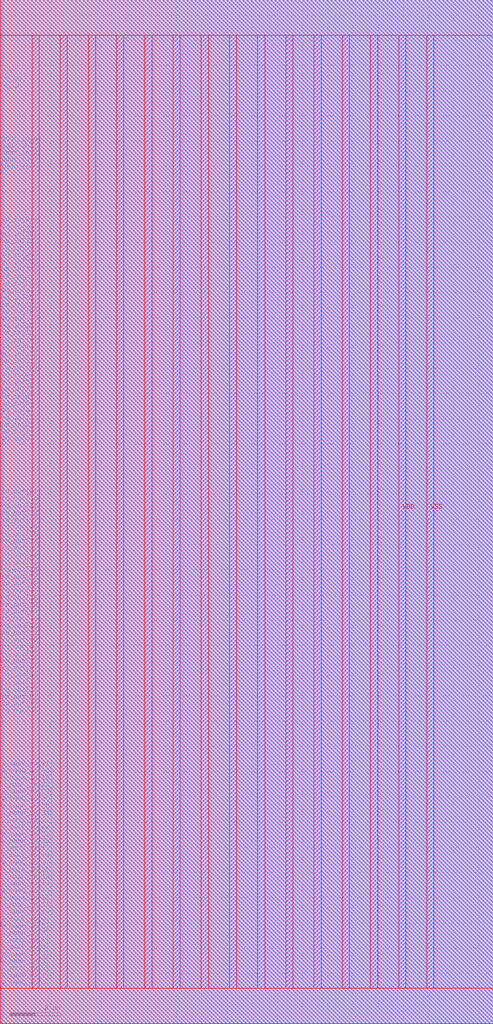
<source format=lef>
VERSION 5.7 ;
BUSBITCHARS "[]" ;
MACRO fakeram45_32x32
  FOREIGN fakeram45_32x32 0 0 ;
  SYMMETRY X Y R90 ;
  SIZE 19.570 BY 40.600 ;
  CLASS BLOCK ;
  PIN w_mask_in[0]
    DIRECTION INPUT ;
    USE SIGNAL ;
    SHAPE ABUTMENT ;
    PORT
      LAYER metal3 ;
      RECT 0.000 1.400 0.070 1.470 ;
    END
  END w_mask_in[0]
  PIN w_mask_in[1]
    DIRECTION INPUT ;
    USE SIGNAL ;
    SHAPE ABUTMENT ;
    PORT
      LAYER metal3 ;
      RECT 0.000 1.680 0.070 1.750 ;
    END
  END w_mask_in[1]
  PIN w_mask_in[2]
    DIRECTION INPUT ;
    USE SIGNAL ;
    SHAPE ABUTMENT ;
    PORT
      LAYER metal3 ;
      RECT 0.000 1.960 0.070 2.030 ;
    END
  END w_mask_in[2]
  PIN w_mask_in[3]
    DIRECTION INPUT ;
    USE SIGNAL ;
    SHAPE ABUTMENT ;
    PORT
      LAYER metal3 ;
      RECT 0.000 2.240 0.070 2.310 ;
    END
  END w_mask_in[3]
  PIN w_mask_in[4]
    DIRECTION INPUT ;
    USE SIGNAL ;
    SHAPE ABUTMENT ;
    PORT
      LAYER metal3 ;
      RECT 0.000 2.520 0.070 2.590 ;
    END
  END w_mask_in[4]
  PIN w_mask_in[5]
    DIRECTION INPUT ;
    USE SIGNAL ;
    SHAPE ABUTMENT ;
    PORT
      LAYER metal3 ;
      RECT 0.000 2.800 0.070 2.870 ;
    END
  END w_mask_in[5]
  PIN w_mask_in[6]
    DIRECTION INPUT ;
    USE SIGNAL ;
    SHAPE ABUTMENT ;
    PORT
      LAYER metal3 ;
      RECT 0.000 3.080 0.070 3.150 ;
    END
  END w_mask_in[6]
  PIN w_mask_in[7]
    DIRECTION INPUT ;
    USE SIGNAL ;
    SHAPE ABUTMENT ;
    PORT
      LAYER metal3 ;
      RECT 0.000 3.360 0.070 3.430 ;
    END
  END w_mask_in[7]
  PIN w_mask_in[8]
    DIRECTION INPUT ;
    USE SIGNAL ;
    SHAPE ABUTMENT ;
    PORT
      LAYER metal3 ;
      RECT 0.000 3.640 0.070 3.710 ;
    END
  END w_mask_in[8]
  PIN w_mask_in[9]
    DIRECTION INPUT ;
    USE SIGNAL ;
    SHAPE ABUTMENT ;
    PORT
      LAYER metal3 ;
      RECT 0.000 3.920 0.070 3.990 ;
    END
  END w_mask_in[9]
  PIN w_mask_in[10]
    DIRECTION INPUT ;
    USE SIGNAL ;
    SHAPE ABUTMENT ;
    PORT
      LAYER metal3 ;
      RECT 0.000 4.200 0.070 4.270 ;
    END
  END w_mask_in[10]
  PIN w_mask_in[11]
    DIRECTION INPUT ;
    USE SIGNAL ;
    SHAPE ABUTMENT ;
    PORT
      LAYER metal3 ;
      RECT 0.000 4.480 0.070 4.550 ;
    END
  END w_mask_in[11]
  PIN w_mask_in[12]
    DIRECTION INPUT ;
    USE SIGNAL ;
    SHAPE ABUTMENT ;
    PORT
      LAYER metal3 ;
      RECT 0.000 4.760 0.070 4.830 ;
    END
  END w_mask_in[12]
  PIN w_mask_in[13]
    DIRECTION INPUT ;
    USE SIGNAL ;
    SHAPE ABUTMENT ;
    PORT
      LAYER metal3 ;
      RECT 0.000 5.040 0.070 5.110 ;
    END
  END w_mask_in[13]
  PIN w_mask_in[14]
    DIRECTION INPUT ;
    USE SIGNAL ;
    SHAPE ABUTMENT ;
    PORT
      LAYER metal3 ;
      RECT 0.000 5.320 0.070 5.390 ;
    END
  END w_mask_in[14]
  PIN w_mask_in[15]
    DIRECTION INPUT ;
    USE SIGNAL ;
    SHAPE ABUTMENT ;
    PORT
      LAYER metal3 ;
      RECT 0.000 5.600 0.070 5.670 ;
    END
  END w_mask_in[15]
  PIN w_mask_in[16]
    DIRECTION INPUT ;
    USE SIGNAL ;
    SHAPE ABUTMENT ;
    PORT
      LAYER metal3 ;
      RECT 0.000 5.880 0.070 5.950 ;
    END
  END w_mask_in[16]
  PIN w_mask_in[17]
    DIRECTION INPUT ;
    USE SIGNAL ;
    SHAPE ABUTMENT ;
    PORT
      LAYER metal3 ;
      RECT 0.000 6.160 0.070 6.230 ;
    END
  END w_mask_in[17]
  PIN w_mask_in[18]
    DIRECTION INPUT ;
    USE SIGNAL ;
    SHAPE ABUTMENT ;
    PORT
      LAYER metal3 ;
      RECT 0.000 6.440 0.070 6.510 ;
    END
  END w_mask_in[18]
  PIN w_mask_in[19]
    DIRECTION INPUT ;
    USE SIGNAL ;
    SHAPE ABUTMENT ;
    PORT
      LAYER metal3 ;
      RECT 0.000 6.720 0.070 6.790 ;
    END
  END w_mask_in[19]
  PIN w_mask_in[20]
    DIRECTION INPUT ;
    USE SIGNAL ;
    SHAPE ABUTMENT ;
    PORT
      LAYER metal3 ;
      RECT 0.000 7.000 0.070 7.070 ;
    END
  END w_mask_in[20]
  PIN w_mask_in[21]
    DIRECTION INPUT ;
    USE SIGNAL ;
    SHAPE ABUTMENT ;
    PORT
      LAYER metal3 ;
      RECT 0.000 7.280 0.070 7.350 ;
    END
  END w_mask_in[21]
  PIN w_mask_in[22]
    DIRECTION INPUT ;
    USE SIGNAL ;
    SHAPE ABUTMENT ;
    PORT
      LAYER metal3 ;
      RECT 0.000 7.560 0.070 7.630 ;
    END
  END w_mask_in[22]
  PIN w_mask_in[23]
    DIRECTION INPUT ;
    USE SIGNAL ;
    SHAPE ABUTMENT ;
    PORT
      LAYER metal3 ;
      RECT 0.000 7.840 0.070 7.910 ;
    END
  END w_mask_in[23]
  PIN w_mask_in[24]
    DIRECTION INPUT ;
    USE SIGNAL ;
    SHAPE ABUTMENT ;
    PORT
      LAYER metal3 ;
      RECT 0.000 8.120 0.070 8.190 ;
    END
  END w_mask_in[24]
  PIN w_mask_in[25]
    DIRECTION INPUT ;
    USE SIGNAL ;
    SHAPE ABUTMENT ;
    PORT
      LAYER metal3 ;
      RECT 0.000 8.400 0.070 8.470 ;
    END
  END w_mask_in[25]
  PIN w_mask_in[26]
    DIRECTION INPUT ;
    USE SIGNAL ;
    SHAPE ABUTMENT ;
    PORT
      LAYER metal3 ;
      RECT 0.000 8.680 0.070 8.750 ;
    END
  END w_mask_in[26]
  PIN w_mask_in[27]
    DIRECTION INPUT ;
    USE SIGNAL ;
    SHAPE ABUTMENT ;
    PORT
      LAYER metal3 ;
      RECT 0.000 8.960 0.070 9.030 ;
    END
  END w_mask_in[27]
  PIN w_mask_in[28]
    DIRECTION INPUT ;
    USE SIGNAL ;
    SHAPE ABUTMENT ;
    PORT
      LAYER metal3 ;
      RECT 0.000 9.240 0.070 9.310 ;
    END
  END w_mask_in[28]
  PIN w_mask_in[29]
    DIRECTION INPUT ;
    USE SIGNAL ;
    SHAPE ABUTMENT ;
    PORT
      LAYER metal3 ;
      RECT 0.000 9.520 0.070 9.590 ;
    END
  END w_mask_in[29]
  PIN w_mask_in[30]
    DIRECTION INPUT ;
    USE SIGNAL ;
    SHAPE ABUTMENT ;
    PORT
      LAYER metal3 ;
      RECT 0.000 9.800 0.070 9.870 ;
    END
  END w_mask_in[30]
  PIN w_mask_in[31]
    DIRECTION INPUT ;
    USE SIGNAL ;
    SHAPE ABUTMENT ;
    PORT
      LAYER metal3 ;
      RECT 0.000 10.080 0.070 10.150 ;
    END
  END w_mask_in[31]
  PIN rd_out[0]
    DIRECTION OUTPUT ;
    USE SIGNAL ;
    SHAPE ABUTMENT ;
    PORT
      LAYER metal3 ;
      RECT 0.000 12.180 0.070 12.250 ;
    END
  END rd_out[0]
  PIN rd_out[1]
    DIRECTION OUTPUT ;
    USE SIGNAL ;
    SHAPE ABUTMENT ;
    PORT
      LAYER metal3 ;
      RECT 0.000 12.460 0.070 12.530 ;
    END
  END rd_out[1]
  PIN rd_out[2]
    DIRECTION OUTPUT ;
    USE SIGNAL ;
    SHAPE ABUTMENT ;
    PORT
      LAYER metal3 ;
      RECT 0.000 12.740 0.070 12.810 ;
    END
  END rd_out[2]
  PIN rd_out[3]
    DIRECTION OUTPUT ;
    USE SIGNAL ;
    SHAPE ABUTMENT ;
    PORT
      LAYER metal3 ;
      RECT 0.000 13.020 0.070 13.090 ;
    END
  END rd_out[3]
  PIN rd_out[4]
    DIRECTION OUTPUT ;
    USE SIGNAL ;
    SHAPE ABUTMENT ;
    PORT
      LAYER metal3 ;
      RECT 0.000 13.300 0.070 13.370 ;
    END
  END rd_out[4]
  PIN rd_out[5]
    DIRECTION OUTPUT ;
    USE SIGNAL ;
    SHAPE ABUTMENT ;
    PORT
      LAYER metal3 ;
      RECT 0.000 13.580 0.070 13.650 ;
    END
  END rd_out[5]
  PIN rd_out[6]
    DIRECTION OUTPUT ;
    USE SIGNAL ;
    SHAPE ABUTMENT ;
    PORT
      LAYER metal3 ;
      RECT 0.000 13.860 0.070 13.930 ;
    END
  END rd_out[6]
  PIN rd_out[7]
    DIRECTION OUTPUT ;
    USE SIGNAL ;
    SHAPE ABUTMENT ;
    PORT
      LAYER metal3 ;
      RECT 0.000 14.140 0.070 14.210 ;
    END
  END rd_out[7]
  PIN rd_out[8]
    DIRECTION OUTPUT ;
    USE SIGNAL ;
    SHAPE ABUTMENT ;
    PORT
      LAYER metal3 ;
      RECT 0.000 14.420 0.070 14.490 ;
    END
  END rd_out[8]
  PIN rd_out[9]
    DIRECTION OUTPUT ;
    USE SIGNAL ;
    SHAPE ABUTMENT ;
    PORT
      LAYER metal3 ;
      RECT 0.000 14.700 0.070 14.770 ;
    END
  END rd_out[9]
  PIN rd_out[10]
    DIRECTION OUTPUT ;
    USE SIGNAL ;
    SHAPE ABUTMENT ;
    PORT
      LAYER metal3 ;
      RECT 0.000 14.980 0.070 15.050 ;
    END
  END rd_out[10]
  PIN rd_out[11]
    DIRECTION OUTPUT ;
    USE SIGNAL ;
    SHAPE ABUTMENT ;
    PORT
      LAYER metal3 ;
      RECT 0.000 15.260 0.070 15.330 ;
    END
  END rd_out[11]
  PIN rd_out[12]
    DIRECTION OUTPUT ;
    USE SIGNAL ;
    SHAPE ABUTMENT ;
    PORT
      LAYER metal3 ;
      RECT 0.000 15.540 0.070 15.610 ;
    END
  END rd_out[12]
  PIN rd_out[13]
    DIRECTION OUTPUT ;
    USE SIGNAL ;
    SHAPE ABUTMENT ;
    PORT
      LAYER metal3 ;
      RECT 0.000 15.820 0.070 15.890 ;
    END
  END rd_out[13]
  PIN rd_out[14]
    DIRECTION OUTPUT ;
    USE SIGNAL ;
    SHAPE ABUTMENT ;
    PORT
      LAYER metal3 ;
      RECT 0.000 16.100 0.070 16.170 ;
    END
  END rd_out[14]
  PIN rd_out[15]
    DIRECTION OUTPUT ;
    USE SIGNAL ;
    SHAPE ABUTMENT ;
    PORT
      LAYER metal3 ;
      RECT 0.000 16.380 0.070 16.450 ;
    END
  END rd_out[15]
  PIN rd_out[16]
    DIRECTION OUTPUT ;
    USE SIGNAL ;
    SHAPE ABUTMENT ;
    PORT
      LAYER metal3 ;
      RECT 0.000 16.660 0.070 16.730 ;
    END
  END rd_out[16]
  PIN rd_out[17]
    DIRECTION OUTPUT ;
    USE SIGNAL ;
    SHAPE ABUTMENT ;
    PORT
      LAYER metal3 ;
      RECT 0.000 16.940 0.070 17.010 ;
    END
  END rd_out[17]
  PIN rd_out[18]
    DIRECTION OUTPUT ;
    USE SIGNAL ;
    SHAPE ABUTMENT ;
    PORT
      LAYER metal3 ;
      RECT 0.000 17.220 0.070 17.290 ;
    END
  END rd_out[18]
  PIN rd_out[19]
    DIRECTION OUTPUT ;
    USE SIGNAL ;
    SHAPE ABUTMENT ;
    PORT
      LAYER metal3 ;
      RECT 0.000 17.500 0.070 17.570 ;
    END
  END rd_out[19]
  PIN rd_out[20]
    DIRECTION OUTPUT ;
    USE SIGNAL ;
    SHAPE ABUTMENT ;
    PORT
      LAYER metal3 ;
      RECT 0.000 17.780 0.070 17.850 ;
    END
  END rd_out[20]
  PIN rd_out[21]
    DIRECTION OUTPUT ;
    USE SIGNAL ;
    SHAPE ABUTMENT ;
    PORT
      LAYER metal3 ;
      RECT 0.000 18.060 0.070 18.130 ;
    END
  END rd_out[21]
  PIN rd_out[22]
    DIRECTION OUTPUT ;
    USE SIGNAL ;
    SHAPE ABUTMENT ;
    PORT
      LAYER metal3 ;
      RECT 0.000 18.340 0.070 18.410 ;
    END
  END rd_out[22]
  PIN rd_out[23]
    DIRECTION OUTPUT ;
    USE SIGNAL ;
    SHAPE ABUTMENT ;
    PORT
      LAYER metal3 ;
      RECT 0.000 18.620 0.070 18.690 ;
    END
  END rd_out[23]
  PIN rd_out[24]
    DIRECTION OUTPUT ;
    USE SIGNAL ;
    SHAPE ABUTMENT ;
    PORT
      LAYER metal3 ;
      RECT 0.000 18.900 0.070 18.970 ;
    END
  END rd_out[24]
  PIN rd_out[25]
    DIRECTION OUTPUT ;
    USE SIGNAL ;
    SHAPE ABUTMENT ;
    PORT
      LAYER metal3 ;
      RECT 0.000 19.180 0.070 19.250 ;
    END
  END rd_out[25]
  PIN rd_out[26]
    DIRECTION OUTPUT ;
    USE SIGNAL ;
    SHAPE ABUTMENT ;
    PORT
      LAYER metal3 ;
      RECT 0.000 19.460 0.070 19.530 ;
    END
  END rd_out[26]
  PIN rd_out[27]
    DIRECTION OUTPUT ;
    USE SIGNAL ;
    SHAPE ABUTMENT ;
    PORT
      LAYER metal3 ;
      RECT 0.000 19.740 0.070 19.810 ;
    END
  END rd_out[27]
  PIN rd_out[28]
    DIRECTION OUTPUT ;
    USE SIGNAL ;
    SHAPE ABUTMENT ;
    PORT
      LAYER metal3 ;
      RECT 0.000 20.020 0.070 20.090 ;
    END
  END rd_out[28]
  PIN rd_out[29]
    DIRECTION OUTPUT ;
    USE SIGNAL ;
    SHAPE ABUTMENT ;
    PORT
      LAYER metal3 ;
      RECT 0.000 20.300 0.070 20.370 ;
    END
  END rd_out[29]
  PIN rd_out[30]
    DIRECTION OUTPUT ;
    USE SIGNAL ;
    SHAPE ABUTMENT ;
    PORT
      LAYER metal3 ;
      RECT 0.000 20.580 0.070 20.650 ;
    END
  END rd_out[30]
  PIN rd_out[31]
    DIRECTION OUTPUT ;
    USE SIGNAL ;
    SHAPE ABUTMENT ;
    PORT
      LAYER metal3 ;
      RECT 0.000 20.860 0.070 20.930 ;
    END
  END rd_out[31]
  PIN wd_in[0]
    DIRECTION INPUT ;
    USE SIGNAL ;
    SHAPE ABUTMENT ;
    PORT
      LAYER metal3 ;
      RECT 0.000 22.960 0.070 23.030 ;
    END
  END wd_in[0]
  PIN wd_in[1]
    DIRECTION INPUT ;
    USE SIGNAL ;
    SHAPE ABUTMENT ;
    PORT
      LAYER metal3 ;
      RECT 0.000 23.240 0.070 23.310 ;
    END
  END wd_in[1]
  PIN wd_in[2]
    DIRECTION INPUT ;
    USE SIGNAL ;
    SHAPE ABUTMENT ;
    PORT
      LAYER metal3 ;
      RECT 0.000 23.520 0.070 23.590 ;
    END
  END wd_in[2]
  PIN wd_in[3]
    DIRECTION INPUT ;
    USE SIGNAL ;
    SHAPE ABUTMENT ;
    PORT
      LAYER metal3 ;
      RECT 0.000 23.800 0.070 23.870 ;
    END
  END wd_in[3]
  PIN wd_in[4]
    DIRECTION INPUT ;
    USE SIGNAL ;
    SHAPE ABUTMENT ;
    PORT
      LAYER metal3 ;
      RECT 0.000 24.080 0.070 24.150 ;
    END
  END wd_in[4]
  PIN wd_in[5]
    DIRECTION INPUT ;
    USE SIGNAL ;
    SHAPE ABUTMENT ;
    PORT
      LAYER metal3 ;
      RECT 0.000 24.360 0.070 24.430 ;
    END
  END wd_in[5]
  PIN wd_in[6]
    DIRECTION INPUT ;
    USE SIGNAL ;
    SHAPE ABUTMENT ;
    PORT
      LAYER metal3 ;
      RECT 0.000 24.640 0.070 24.710 ;
    END
  END wd_in[6]
  PIN wd_in[7]
    DIRECTION INPUT ;
    USE SIGNAL ;
    SHAPE ABUTMENT ;
    PORT
      LAYER metal3 ;
      RECT 0.000 24.920 0.070 24.990 ;
    END
  END wd_in[7]
  PIN wd_in[8]
    DIRECTION INPUT ;
    USE SIGNAL ;
    SHAPE ABUTMENT ;
    PORT
      LAYER metal3 ;
      RECT 0.000 25.200 0.070 25.270 ;
    END
  END wd_in[8]
  PIN wd_in[9]
    DIRECTION INPUT ;
    USE SIGNAL ;
    SHAPE ABUTMENT ;
    PORT
      LAYER metal3 ;
      RECT 0.000 25.480 0.070 25.550 ;
    END
  END wd_in[9]
  PIN wd_in[10]
    DIRECTION INPUT ;
    USE SIGNAL ;
    SHAPE ABUTMENT ;
    PORT
      LAYER metal3 ;
      RECT 0.000 25.760 0.070 25.830 ;
    END
  END wd_in[10]
  PIN wd_in[11]
    DIRECTION INPUT ;
    USE SIGNAL ;
    SHAPE ABUTMENT ;
    PORT
      LAYER metal3 ;
      RECT 0.000 26.040 0.070 26.110 ;
    END
  END wd_in[11]
  PIN wd_in[12]
    DIRECTION INPUT ;
    USE SIGNAL ;
    SHAPE ABUTMENT ;
    PORT
      LAYER metal3 ;
      RECT 0.000 26.320 0.070 26.390 ;
    END
  END wd_in[12]
  PIN wd_in[13]
    DIRECTION INPUT ;
    USE SIGNAL ;
    SHAPE ABUTMENT ;
    PORT
      LAYER metal3 ;
      RECT 0.000 26.600 0.070 26.670 ;
    END
  END wd_in[13]
  PIN wd_in[14]
    DIRECTION INPUT ;
    USE SIGNAL ;
    SHAPE ABUTMENT ;
    PORT
      LAYER metal3 ;
      RECT 0.000 26.880 0.070 26.950 ;
    END
  END wd_in[14]
  PIN wd_in[15]
    DIRECTION INPUT ;
    USE SIGNAL ;
    SHAPE ABUTMENT ;
    PORT
      LAYER metal3 ;
      RECT 0.000 27.160 0.070 27.230 ;
    END
  END wd_in[15]
  PIN wd_in[16]
    DIRECTION INPUT ;
    USE SIGNAL ;
    SHAPE ABUTMENT ;
    PORT
      LAYER metal3 ;
      RECT 0.000 27.440 0.070 27.510 ;
    END
  END wd_in[16]
  PIN wd_in[17]
    DIRECTION INPUT ;
    USE SIGNAL ;
    SHAPE ABUTMENT ;
    PORT
      LAYER metal3 ;
      RECT 0.000 27.720 0.070 27.790 ;
    END
  END wd_in[17]
  PIN wd_in[18]
    DIRECTION INPUT ;
    USE SIGNAL ;
    SHAPE ABUTMENT ;
    PORT
      LAYER metal3 ;
      RECT 0.000 28.000 0.070 28.070 ;
    END
  END wd_in[18]
  PIN wd_in[19]
    DIRECTION INPUT ;
    USE SIGNAL ;
    SHAPE ABUTMENT ;
    PORT
      LAYER metal3 ;
      RECT 0.000 28.280 0.070 28.350 ;
    END
  END wd_in[19]
  PIN wd_in[20]
    DIRECTION INPUT ;
    USE SIGNAL ;
    SHAPE ABUTMENT ;
    PORT
      LAYER metal3 ;
      RECT 0.000 28.560 0.070 28.630 ;
    END
  END wd_in[20]
  PIN wd_in[21]
    DIRECTION INPUT ;
    USE SIGNAL ;
    SHAPE ABUTMENT ;
    PORT
      LAYER metal3 ;
      RECT 0.000 28.840 0.070 28.910 ;
    END
  END wd_in[21]
  PIN wd_in[22]
    DIRECTION INPUT ;
    USE SIGNAL ;
    SHAPE ABUTMENT ;
    PORT
      LAYER metal3 ;
      RECT 0.000 29.120 0.070 29.190 ;
    END
  END wd_in[22]
  PIN wd_in[23]
    DIRECTION INPUT ;
    USE SIGNAL ;
    SHAPE ABUTMENT ;
    PORT
      LAYER metal3 ;
      RECT 0.000 29.400 0.070 29.470 ;
    END
  END wd_in[23]
  PIN wd_in[24]
    DIRECTION INPUT ;
    USE SIGNAL ;
    SHAPE ABUTMENT ;
    PORT
      LAYER metal3 ;
      RECT 0.000 29.680 0.070 29.750 ;
    END
  END wd_in[24]
  PIN wd_in[25]
    DIRECTION INPUT ;
    USE SIGNAL ;
    SHAPE ABUTMENT ;
    PORT
      LAYER metal3 ;
      RECT 0.000 29.960 0.070 30.030 ;
    END
  END wd_in[25]
  PIN wd_in[26]
    DIRECTION INPUT ;
    USE SIGNAL ;
    SHAPE ABUTMENT ;
    PORT
      LAYER metal3 ;
      RECT 0.000 30.240 0.070 30.310 ;
    END
  END wd_in[26]
  PIN wd_in[27]
    DIRECTION INPUT ;
    USE SIGNAL ;
    SHAPE ABUTMENT ;
    PORT
      LAYER metal3 ;
      RECT 0.000 30.520 0.070 30.590 ;
    END
  END wd_in[27]
  PIN wd_in[28]
    DIRECTION INPUT ;
    USE SIGNAL ;
    SHAPE ABUTMENT ;
    PORT
      LAYER metal3 ;
      RECT 0.000 30.800 0.070 30.870 ;
    END
  END wd_in[28]
  PIN wd_in[29]
    DIRECTION INPUT ;
    USE SIGNAL ;
    SHAPE ABUTMENT ;
    PORT
      LAYER metal3 ;
      RECT 0.000 31.080 0.070 31.150 ;
    END
  END wd_in[29]
  PIN wd_in[30]
    DIRECTION INPUT ;
    USE SIGNAL ;
    SHAPE ABUTMENT ;
    PORT
      LAYER metal3 ;
      RECT 0.000 31.360 0.070 31.430 ;
    END
  END wd_in[30]
  PIN wd_in[31]
    DIRECTION INPUT ;
    USE SIGNAL ;
    SHAPE ABUTMENT ;
    PORT
      LAYER metal3 ;
      RECT 0.000 31.640 0.070 31.710 ;
    END
  END wd_in[31]
  PIN addr_in[0]
    DIRECTION INPUT ;
    USE SIGNAL ;
    SHAPE ABUTMENT ;
    PORT
      LAYER metal3 ;
      RECT 0.000 33.740 0.070 33.810 ;
    END
  END addr_in[0]
  PIN addr_in[1]
    DIRECTION INPUT ;
    USE SIGNAL ;
    SHAPE ABUTMENT ;
    PORT
      LAYER metal3 ;
      RECT 0.000 34.020 0.070 34.090 ;
    END
  END addr_in[1]
  PIN addr_in[2]
    DIRECTION INPUT ;
    USE SIGNAL ;
    SHAPE ABUTMENT ;
    PORT
      LAYER metal3 ;
      RECT 0.000 34.300 0.070 34.370 ;
    END
  END addr_in[2]
  PIN addr_in[3]
    DIRECTION INPUT ;
    USE SIGNAL ;
    SHAPE ABUTMENT ;
    PORT
      LAYER metal3 ;
      RECT 0.000 34.580 0.070 34.650 ;
    END
  END addr_in[3]
  PIN addr_in[4]
    DIRECTION INPUT ;
    USE SIGNAL ;
    SHAPE ABUTMENT ;
    PORT
      LAYER metal3 ;
      RECT 0.000 34.860 0.070 34.930 ;
    END
  END addr_in[4]
  PIN we_in
    DIRECTION INPUT ;
    USE SIGNAL ;
    SHAPE ABUTMENT ;
    PORT
      LAYER metal3 ;
      RECT 0.000 36.960 0.070 37.030 ;
    END
  END we_in
  PIN ce_in
    DIRECTION INPUT ;
    USE SIGNAL ;
    SHAPE ABUTMENT ;
    PORT
      LAYER metal3 ;
      RECT 0.000 37.240 0.070 37.310 ;
    END
  END ce_in
  PIN clk
    DIRECTION INPUT ;
    USE SIGNAL ;
    SHAPE ABUTMENT ;
    PORT
      LAYER metal3 ;
      RECT 0.000 37.520 0.070 37.590 ;
    END
  END clk
  PIN VSS
    DIRECTION INOUT ;
    USE GROUND ;
    PORT
      LAYER metal4 ;
      RECT 1.260 1.400 1.540 39.200 ;
      RECT 3.500 1.400 3.780 39.200 ;
      RECT 5.740 1.400 6.020 39.200 ;
      RECT 7.980 1.400 8.260 39.200 ;
      RECT 10.220 1.400 10.500 39.200 ;
      RECT 12.460 1.400 12.740 39.200 ;
      RECT 14.700 1.400 14.980 39.200 ;
      RECT 16.940 1.400 17.220 39.200 ;
    END
  END VSS
  PIN VDD
    DIRECTION INOUT ;
    USE POWER ;
    PORT
      LAYER metal4 ;
      RECT 2.380 1.400 2.660 39.200 ;
      RECT 4.620 1.400 4.900 39.200 ;
      RECT 6.860 1.400 7.140 39.200 ;
      RECT 9.100 1.400 9.380 39.200 ;
      RECT 11.340 1.400 11.620 39.200 ;
      RECT 13.580 1.400 13.860 39.200 ;
      RECT 15.820 1.400 16.100 39.200 ;
    END
  END VDD
  OBS
    LAYER metal1 ;
    RECT 0 0 19.570 40.600 ;
    LAYER metal2 ;
    RECT 0 0 19.570 40.600 ;
    LAYER metal3 ;
    RECT 0.070 0 19.570 40.600 ;
    RECT 0 0.000 0.070 1.365 ;
    RECT 0 1.435 0.070 1.645 ;
    RECT 0 1.715 0.070 1.925 ;
    RECT 0 1.995 0.070 2.205 ;
    RECT 0 2.275 0.070 2.485 ;
    RECT 0 2.555 0.070 2.765 ;
    RECT 0 2.835 0.070 3.045 ;
    RECT 0 3.115 0.070 3.325 ;
    RECT 0 3.395 0.070 3.605 ;
    RECT 0 3.675 0.070 3.885 ;
    RECT 0 3.955 0.070 4.165 ;
    RECT 0 4.235 0.070 4.445 ;
    RECT 0 4.515 0.070 4.725 ;
    RECT 0 4.795 0.070 5.005 ;
    RECT 0 5.075 0.070 5.285 ;
    RECT 0 5.355 0.070 5.565 ;
    RECT 0 5.635 0.070 5.845 ;
    RECT 0 5.915 0.070 6.125 ;
    RECT 0 6.195 0.070 6.405 ;
    RECT 0 6.475 0.070 6.685 ;
    RECT 0 6.755 0.070 6.965 ;
    RECT 0 7.035 0.070 7.245 ;
    RECT 0 7.315 0.070 7.525 ;
    RECT 0 7.595 0.070 7.805 ;
    RECT 0 7.875 0.070 8.085 ;
    RECT 0 8.155 0.070 8.365 ;
    RECT 0 8.435 0.070 8.645 ;
    RECT 0 8.715 0.070 8.925 ;
    RECT 0 8.995 0.070 9.205 ;
    RECT 0 9.275 0.070 9.485 ;
    RECT 0 9.555 0.070 9.765 ;
    RECT 0 9.835 0.070 10.045 ;
    RECT 0 10.115 0.070 12.145 ;
    RECT 0 12.215 0.070 12.425 ;
    RECT 0 12.495 0.070 12.705 ;
    RECT 0 12.775 0.070 12.985 ;
    RECT 0 13.055 0.070 13.265 ;
    RECT 0 13.335 0.070 13.545 ;
    RECT 0 13.615 0.070 13.825 ;
    RECT 0 13.895 0.070 14.105 ;
    RECT 0 14.175 0.070 14.385 ;
    RECT 0 14.455 0.070 14.665 ;
    RECT 0 14.735 0.070 14.945 ;
    RECT 0 15.015 0.070 15.225 ;
    RECT 0 15.295 0.070 15.505 ;
    RECT 0 15.575 0.070 15.785 ;
    RECT 0 15.855 0.070 16.065 ;
    RECT 0 16.135 0.070 16.345 ;
    RECT 0 16.415 0.070 16.625 ;
    RECT 0 16.695 0.070 16.905 ;
    RECT 0 16.975 0.070 17.185 ;
    RECT 0 17.255 0.070 17.465 ;
    RECT 0 17.535 0.070 17.745 ;
    RECT 0 17.815 0.070 18.025 ;
    RECT 0 18.095 0.070 18.305 ;
    RECT 0 18.375 0.070 18.585 ;
    RECT 0 18.655 0.070 18.865 ;
    RECT 0 18.935 0.070 19.145 ;
    RECT 0 19.215 0.070 19.425 ;
    RECT 0 19.495 0.070 19.705 ;
    RECT 0 19.775 0.070 19.985 ;
    RECT 0 20.055 0.070 20.265 ;
    RECT 0 20.335 0.070 20.545 ;
    RECT 0 20.615 0.070 20.825 ;
    RECT 0 20.895 0.070 22.925 ;
    RECT 0 22.995 0.070 23.205 ;
    RECT 0 23.275 0.070 23.485 ;
    RECT 0 23.555 0.070 23.765 ;
    RECT 0 23.835 0.070 24.045 ;
    RECT 0 24.115 0.070 24.325 ;
    RECT 0 24.395 0.070 24.605 ;
    RECT 0 24.675 0.070 24.885 ;
    RECT 0 24.955 0.070 25.165 ;
    RECT 0 25.235 0.070 25.445 ;
    RECT 0 25.515 0.070 25.725 ;
    RECT 0 25.795 0.070 26.005 ;
    RECT 0 26.075 0.070 26.285 ;
    RECT 0 26.355 0.070 26.565 ;
    RECT 0 26.635 0.070 26.845 ;
    RECT 0 26.915 0.070 27.125 ;
    RECT 0 27.195 0.070 27.405 ;
    RECT 0 27.475 0.070 27.685 ;
    RECT 0 27.755 0.070 27.965 ;
    RECT 0 28.035 0.070 28.245 ;
    RECT 0 28.315 0.070 28.525 ;
    RECT 0 28.595 0.070 28.805 ;
    RECT 0 28.875 0.070 29.085 ;
    RECT 0 29.155 0.070 29.365 ;
    RECT 0 29.435 0.070 29.645 ;
    RECT 0 29.715 0.070 29.925 ;
    RECT 0 29.995 0.070 30.205 ;
    RECT 0 30.275 0.070 30.485 ;
    RECT 0 30.555 0.070 30.765 ;
    RECT 0 30.835 0.070 31.045 ;
    RECT 0 31.115 0.070 31.325 ;
    RECT 0 31.395 0.070 31.605 ;
    RECT 0 31.675 0.070 33.705 ;
    RECT 0 33.775 0.070 33.985 ;
    RECT 0 34.055 0.070 34.265 ;
    RECT 0 34.335 0.070 34.545 ;
    RECT 0 34.615 0.070 34.825 ;
    RECT 0 34.895 0.070 36.925 ;
    RECT 0 36.995 0.070 37.205 ;
    RECT 0 37.275 0.070 37.485 ;
    RECT 0 37.555 0.070 40.600 ;
    LAYER metal4 ;
    RECT 0 0 19.570 1.400 ;
    RECT 0 39.200 19.570 40.600 ;
    RECT 0.000 1.400 1.260 39.200 ;
    RECT 1.540 1.400 2.380 39.200 ;
    RECT 2.660 1.400 3.500 39.200 ;
    RECT 3.780 1.400 4.620 39.200 ;
    RECT 4.900 1.400 5.740 39.200 ;
    RECT 6.020 1.400 6.860 39.200 ;
    RECT 7.140 1.400 7.980 39.200 ;
    RECT 8.260 1.400 9.100 39.200 ;
    RECT 9.380 1.400 10.220 39.200 ;
    RECT 10.500 1.400 11.340 39.200 ;
    RECT 11.620 1.400 12.460 39.200 ;
    RECT 12.740 1.400 13.580 39.200 ;
    RECT 13.860 1.400 14.700 39.200 ;
    RECT 14.980 1.400 15.820 39.200 ;
    RECT 16.100 1.400 16.940 39.200 ;
    RECT 17.220 1.400 19.570 39.200 ;
    LAYER OVERLAP ;
    RECT 0 0 19.570 40.600 ;
  END
END fakeram45_32x32

END LIBRARY

</source>
